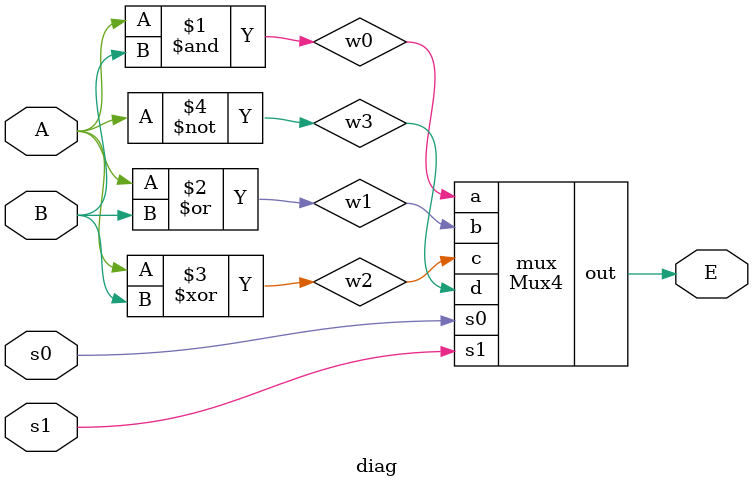
<source format=v>
`timescale 1ns / 1ps
module Mux4(
input a, 
input b, 
input c, 
input d, 
input s0, s1,
output out
); 
assign out = s1 ? (s0 ? d : c) : (s0 ? b : a); 
endmodule



module diag(
input s0,s1,
input A,B,
output E
);

wire w0,w1,w2,w3;
and(w0,A,B);
or(w1,A,B);
xor(w2,A,B);
not(w3,A);
Mux4 mux(w0,w1,w2,w3,s0,s1,E);
endmodule

</source>
